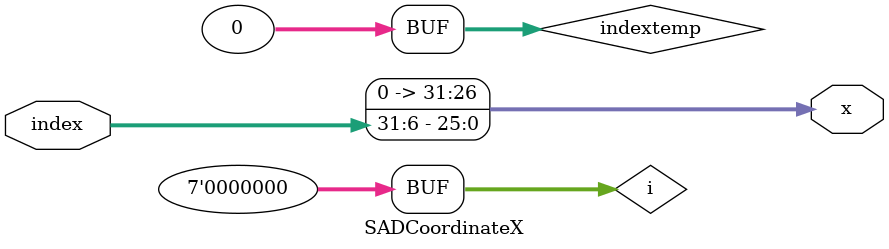
<source format=v>
`timescale 1ns / 1ps


module SADCoordinateX(index, x);

    input [31:0] index;
    reg [6:0] i;
    reg signed [31:0] indextemp, xtemp;
    output reg [31:0] x;
   
   initial begin
        x <= 0;
        i <= 0;
        indextemp <= 0;
        end
  
    
    
    always @ (index) begin 
    
        
        x = index>>6;
//        indextemp <= index;
//        for (i = 0; i < 64; i = i + 1) begin
//            if((indextemp - 64) >= 0) begin
//                x <= x + 1;
//                indextemp <= indextemp - 64;
//            end
//        end
         
////        x <= xtemp; 
       
            
    
    
    end


endmodule

</source>
